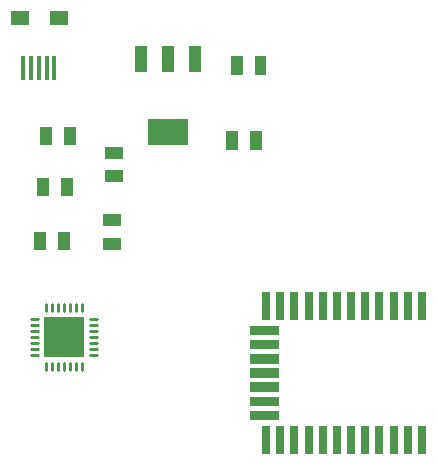
<source format=gtp>
G04 Layer: TopPasteMaskLayer*
G04 EasyEDA v6.4.17, 2021-03-16T21:25:48--4:00*
G04 0817081497994772ae9c6ae74964b192,7db2125e4611476bb2993bf99425ef50,10*
G04 Gerber Generator version 0.2*
G04 Scale: 100 percent, Rotated: No, Reflected: No *
G04 Dimensions in inches *
G04 leading zeros omitted , absolute positions ,3 integer and 6 decimal *
%FSLAX36Y36*%
%MOIN*%

%ADD12C,0.0110*%
%ADD14R,0.0157X0.0787*%
%ADD15R,0.0630X0.0472*%
%ADD16R,0.0315X0.0945*%
%ADD19R,0.0430X0.0850*%
%ADD20R,0.1380X0.0850*%
%ADD21R,0.1378X0.1378*%
%ADD22R,0.0610X0.0394*%

%LPD*%
D12*
X2064110Y-3945635D02*
G01*
X2064110Y-3921226D01*
X2044409Y-3945635D02*
G01*
X2044409Y-3921226D01*
X2024709Y-3945635D02*
G01*
X2024709Y-3921226D01*
X2005010Y-3945635D02*
G01*
X2005010Y-3921226D01*
X1985309Y-3945635D02*
G01*
X1985309Y-3921226D01*
X1965609Y-3945635D02*
G01*
X1965609Y-3921226D01*
X1945910Y-3945635D02*
G01*
X1945910Y-3921226D01*
X1918784Y-3894110D02*
G01*
X1894376Y-3894110D01*
X1918784Y-3874409D02*
G01*
X1894376Y-3874409D01*
X1918784Y-3854710D02*
G01*
X1894376Y-3854710D01*
X1918784Y-3835010D02*
G01*
X1894376Y-3835010D01*
X1918784Y-3815309D02*
G01*
X1894376Y-3815309D01*
X1918784Y-3795610D02*
G01*
X1894376Y-3795610D01*
X1918784Y-3775909D02*
G01*
X1894376Y-3775909D01*
X1945910Y-3748784D02*
G01*
X1945910Y-3724376D01*
X1965609Y-3748784D02*
G01*
X1965609Y-3724376D01*
X1985309Y-3748784D02*
G01*
X1985309Y-3724376D01*
X2005010Y-3748784D02*
G01*
X2005010Y-3724376D01*
X2024709Y-3748784D02*
G01*
X2024709Y-3724376D01*
X2044409Y-3748784D02*
G01*
X2044409Y-3724376D01*
X2064110Y-3748784D02*
G01*
X2064110Y-3724376D01*
X2115635Y-3775909D02*
G01*
X2091225Y-3775909D01*
X2115635Y-3795610D02*
G01*
X2091225Y-3795610D01*
X2115635Y-3815309D02*
G01*
X2091225Y-3815309D01*
X2115635Y-3835010D02*
G01*
X2091225Y-3835010D01*
X2115635Y-3854710D02*
G01*
X2091225Y-3854710D01*
X2115635Y-3874409D02*
G01*
X2091225Y-3874409D01*
X2115635Y-3894110D02*
G01*
X2091225Y-3894110D01*
D14*
G01*
X1869229Y-2939879D03*
G01*
X1894819Y-2939879D03*
G01*
X1920410Y-2939879D03*
G01*
X1946000Y-2939879D03*
G01*
X1971589Y-2939879D03*
D15*
G01*
X1857179Y-2770120D03*
G01*
X1986260Y-2770760D03*
D16*
G01*
X3197600Y-3732559D03*
G01*
X3150349Y-3732559D03*
G01*
X3103109Y-3732559D03*
G01*
X3055870Y-3732559D03*
G01*
X3008620Y-3732559D03*
G01*
X2961379Y-3732559D03*
G01*
X2914129Y-3732559D03*
G01*
X2866890Y-3732559D03*
G01*
X2819650Y-3732559D03*
G01*
X2772399Y-3732559D03*
G01*
X2725159Y-3732559D03*
G01*
X2677910Y-3732559D03*
G36*
X2625158Y-3797519D02*
G01*
X2719646Y-3797519D01*
X2719646Y-3829016D01*
X2625158Y-3829016D01*
G37*
G36*
X2625158Y-3844764D02*
G01*
X2719646Y-3844764D01*
X2719646Y-3876260D01*
X2625158Y-3876260D01*
G37*
G36*
X2625158Y-3892008D02*
G01*
X2719646Y-3892008D01*
X2719646Y-3923503D01*
X2625158Y-3923503D01*
G37*
G36*
X2625158Y-3939252D02*
G01*
X2719646Y-3939252D01*
X2719646Y-3970747D01*
X2625158Y-3970747D01*
G37*
G36*
X2625158Y-3986496D02*
G01*
X2719646Y-3986496D01*
X2719646Y-4017991D01*
X2625158Y-4017991D01*
G37*
G36*
X2625158Y-4033739D02*
G01*
X2719646Y-4033739D01*
X2719646Y-4065236D01*
X2625158Y-4065236D01*
G37*
G36*
X2625158Y-4080983D02*
G01*
X2719646Y-4080983D01*
X2719646Y-4112478D01*
X2625158Y-4112478D01*
G37*
G01*
X2677910Y-4177440D03*
G01*
X2725159Y-4177440D03*
G01*
X2772399Y-4177440D03*
G01*
X2819650Y-4177440D03*
G01*
X2866890Y-4177440D03*
G01*
X2914129Y-4177440D03*
G01*
X2961379Y-4177440D03*
G01*
X3008620Y-4177440D03*
G01*
X3055870Y-4177440D03*
G01*
X3103109Y-4177440D03*
G01*
X3150349Y-4177440D03*
G01*
X3197600Y-4177440D03*
G36*
X2560945Y-2899488D02*
G01*
X2600315Y-2899488D01*
X2600315Y-2960511D01*
X2560945Y-2960511D01*
G37*
G36*
X2639684Y-2899488D02*
G01*
X2679054Y-2899488D01*
X2679054Y-2960511D01*
X2639684Y-2960511D01*
G37*
D19*
G01*
X2440500Y-2908000D03*
G01*
X2349499Y-2908000D03*
G01*
X2259499Y-2908000D03*
D20*
G01*
X2349499Y-3151999D03*
D21*
G01*
X2005000Y-3835010D03*
D22*
G01*
X2165000Y-3445630D03*
G01*
X2165000Y-3524369D03*
G36*
X1915945Y-3304488D02*
G01*
X1955315Y-3304488D01*
X1955315Y-3365511D01*
X1915945Y-3365511D01*
G37*
G36*
X1994684Y-3304488D02*
G01*
X2034054Y-3304488D01*
X2034054Y-3365511D01*
X1994684Y-3365511D01*
G37*
G36*
X1925945Y-3134488D02*
G01*
X1965315Y-3134488D01*
X1965315Y-3195511D01*
X1925945Y-3195511D01*
G37*
G36*
X2004684Y-3134488D02*
G01*
X2044054Y-3134488D01*
X2044054Y-3195511D01*
X2004684Y-3195511D01*
G37*
G01*
X2170000Y-3220630D03*
G01*
X2170000Y-3299369D03*
G36*
X2545945Y-3149488D02*
G01*
X2585315Y-3149488D01*
X2585315Y-3210511D01*
X2545945Y-3210511D01*
G37*
G36*
X2624684Y-3149488D02*
G01*
X2664054Y-3149488D01*
X2664054Y-3210511D01*
X2624684Y-3210511D01*
G37*
G36*
X1905945Y-3484488D02*
G01*
X1945315Y-3484488D01*
X1945315Y-3545511D01*
X1905945Y-3545511D01*
G37*
G36*
X1984684Y-3484488D02*
G01*
X2024054Y-3484488D01*
X2024054Y-3545511D01*
X1984684Y-3545511D01*
G37*
M02*

</source>
